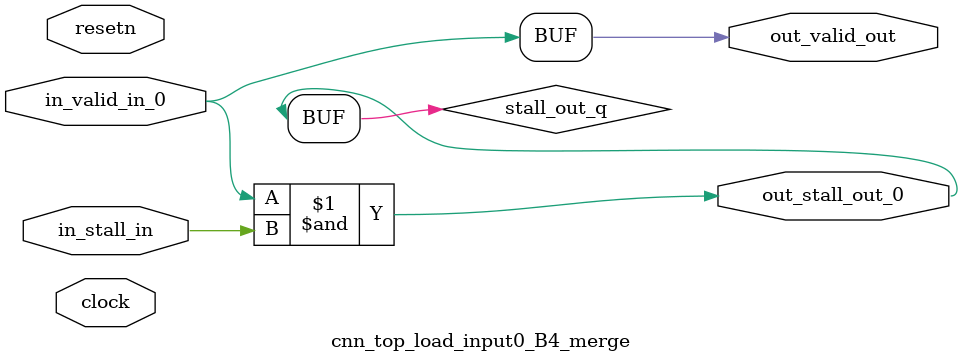
<source format=sv>



(* altera_attribute = "-name AUTO_SHIFT_REGISTER_RECOGNITION OFF; -name MESSAGE_DISABLE 10036; -name MESSAGE_DISABLE 10037; -name MESSAGE_DISABLE 14130; -name MESSAGE_DISABLE 14320; -name MESSAGE_DISABLE 15400; -name MESSAGE_DISABLE 14130; -name MESSAGE_DISABLE 10036; -name MESSAGE_DISABLE 12020; -name MESSAGE_DISABLE 12030; -name MESSAGE_DISABLE 12010; -name MESSAGE_DISABLE 12110; -name MESSAGE_DISABLE 14320; -name MESSAGE_DISABLE 13410; -name MESSAGE_DISABLE 113007; -name MESSAGE_DISABLE 10958" *)
module cnn_top_load_input0_B4_merge (
    input wire [0:0] in_stall_in,
    input wire [0:0] in_valid_in_0,
    output wire [0:0] out_stall_out_0,
    output wire [0:0] out_valid_out,
    input wire clock,
    input wire resetn
    );

    wire [0:0] stall_out_q;


    // stall_out(LOGICAL,6)
    assign stall_out_q = in_valid_in_0 & in_stall_in;

    // out_stall_out_0(GPOUT,4)
    assign out_stall_out_0 = stall_out_q;

    // out_valid_out(GPOUT,5)
    assign out_valid_out = in_valid_in_0;

endmodule

</source>
